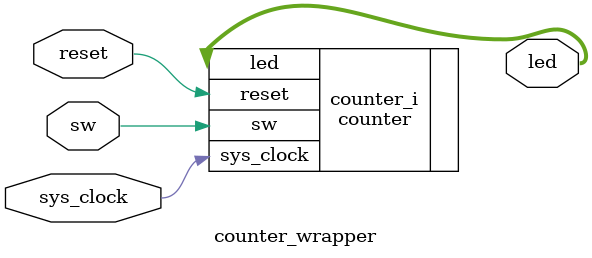
<source format=v>
`timescale 1 ps / 1 ps

module counter_wrapper
   (led,
    reset,
    sw,
    sys_clock);
  output [3:0]led;
  input reset;
  input [0:0]sw;
  input sys_clock;

  wire [3:0]led;
  wire reset;
  wire [0:0]sw;
  wire sys_clock;

  counter counter_i
       (.led(led),
        .reset(reset),
        .sw(sw),
        .sys_clock(sys_clock));
endmodule

</source>
